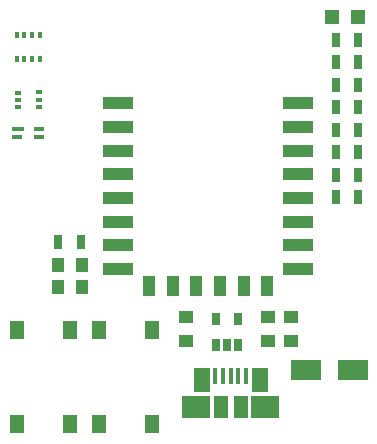
<source format=gbr>
G04 #@! TF.GenerationSoftware,KiCad,Pcbnew,(5.1.0)-1*
G04 #@! TF.CreationDate,2019-04-05T20:07:07+02:00*
G04 #@! TF.ProjectId,WiFi Environment Sensor Node,57694669-2045-46e7-9669-726f6e6d656e,rev?*
G04 #@! TF.SameCoordinates,Original*
G04 #@! TF.FileFunction,Paste,Top*
G04 #@! TF.FilePolarity,Positive*
%FSLAX46Y46*%
G04 Gerber Fmt 4.6, Leading zero omitted, Abs format (unit mm)*
G04 Created by KiCad (PCBNEW (5.1.0)-1) date 2019-04-05 20:07:07*
%MOMM*%
%LPD*%
G04 APERTURE LIST*
%ADD10R,1.250000X1.000000*%
%ADD11R,0.350000X0.500000*%
%ADD12R,0.900000X0.350000*%
%ADD13R,1.000000X0.350000*%
%ADD14R,0.550000X0.300000*%
%ADD15R,2.500000X1.000000*%
%ADD16R,1.000000X1.800000*%
%ADD17R,1.175000X1.900000*%
%ADD18R,2.375000X1.900000*%
%ADD19R,1.475000X2.100000*%
%ADD20R,0.450000X1.380000*%
%ADD21R,0.650000X1.060000*%
%ADD22R,1.000000X1.250000*%
%ADD23R,2.500000X1.800000*%
%ADD24R,1.200000X1.200000*%
%ADD25R,0.700000X1.300000*%
%ADD26R,1.300000X1.550000*%
G04 APERTURE END LIST*
D10*
X135890000Y-108680000D03*
X135890000Y-106680000D03*
D11*
X116545000Y-84845000D03*
X115895000Y-84845000D03*
X115245000Y-84845000D03*
X114595000Y-84845000D03*
X114595000Y-82795000D03*
X115245000Y-82795000D03*
X115895000Y-82795000D03*
X116545000Y-82795000D03*
D12*
X116520000Y-90740000D03*
X116520000Y-91440000D03*
X114620000Y-91440000D03*
D13*
X114670000Y-90740000D03*
D14*
X114745000Y-88915000D03*
X114745000Y-88265000D03*
X114745000Y-87665000D03*
X116495000Y-87615000D03*
X116495000Y-88265000D03*
X116495000Y-88915000D03*
D15*
X138410000Y-88575000D03*
X138410000Y-90575000D03*
X138410000Y-92575000D03*
X138410000Y-94575000D03*
X138410000Y-96575000D03*
X138410000Y-98575000D03*
X138410000Y-100575000D03*
X138410000Y-102575000D03*
D16*
X135810000Y-104075000D03*
X133810000Y-104075000D03*
X131810000Y-104075000D03*
X129810000Y-104075000D03*
X127810000Y-104075000D03*
X125810000Y-104075000D03*
D15*
X123210000Y-102575000D03*
X123210000Y-100575000D03*
X123210000Y-98575000D03*
X123210000Y-96575000D03*
X123210000Y-94575000D03*
X123210000Y-92575000D03*
X123210000Y-90575000D03*
X123210000Y-88575000D03*
D17*
X133555000Y-114300000D03*
X131875000Y-114300000D03*
D18*
X135625000Y-114300000D03*
X129805000Y-114300000D03*
D19*
X135177500Y-112000000D03*
X130252500Y-112000000D03*
D20*
X134015000Y-111640000D03*
X133365000Y-111640000D03*
X132715000Y-111640000D03*
X132065000Y-111640000D03*
X131415000Y-111640000D03*
D21*
X131445000Y-106850000D03*
X133345000Y-106850000D03*
X133345000Y-109050000D03*
X132395000Y-109050000D03*
X131445000Y-109050000D03*
D10*
X128905000Y-106680000D03*
X128905000Y-108680000D03*
X137795000Y-108680000D03*
X137795000Y-106680000D03*
D22*
X118110000Y-102235000D03*
X120110000Y-102235000D03*
X120110000Y-104140000D03*
X118110000Y-104140000D03*
D23*
X143065000Y-111125000D03*
X139065000Y-111125000D03*
D24*
X141310000Y-81280000D03*
X143510000Y-81280000D03*
D25*
X143505000Y-90805000D03*
X141605000Y-90805000D03*
X143505000Y-92710000D03*
X141605000Y-92710000D03*
X143505000Y-94615000D03*
X141605000Y-94615000D03*
X141610000Y-85090000D03*
X143510000Y-85090000D03*
X143510000Y-88900000D03*
X141610000Y-88900000D03*
X141610000Y-86995000D03*
X143510000Y-86995000D03*
X143505000Y-96520000D03*
X141605000Y-96520000D03*
X141610000Y-83185000D03*
X143510000Y-83185000D03*
X118110000Y-100330000D03*
X120010000Y-100330000D03*
D26*
X119090000Y-107780000D03*
X114590000Y-107780000D03*
X114590000Y-115740000D03*
X119090000Y-115740000D03*
X121575000Y-107780000D03*
X126075000Y-107780000D03*
X126075000Y-115740000D03*
X121575000Y-115740000D03*
M02*

</source>
